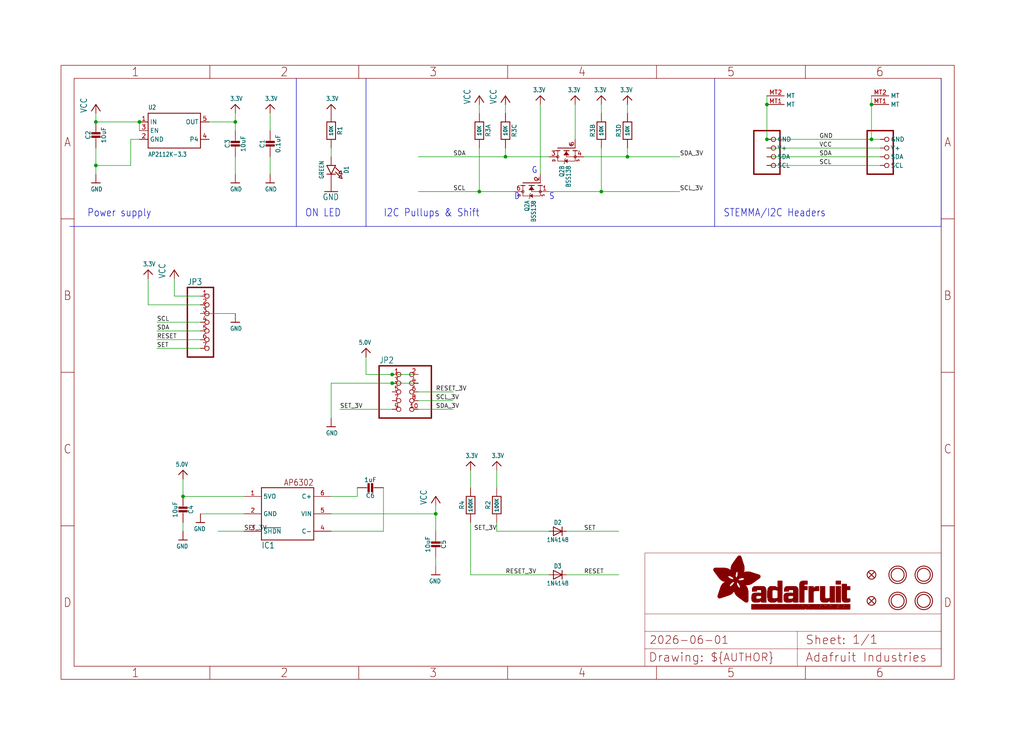
<source format=kicad_sch>
(kicad_sch (version 20230121) (generator eeschema)
  (paper "User" 298.45 217.322)
  (lib_symbols
    (symbol "working-eagle-import:3.3V" (power)
      (property "Value" "3.3V" (at -1.524 1.016 0))
      (symbol "3.3V_1_0"
        (pin power_in line (at 0 -2.54 90) (length 2.54) (name "3.3V") (number "1"))
      )
    )
    (symbol "working-eagle-import:5.0V" (power)
      (property "Value" "5.0V" (at -1.524 1.016 0))
      (symbol "5.0V_1_0"
        (pin power_in line (at 0 -2.54 90) (length 2.54) (name "5.0V") (number "1"))
      )
    )
    (symbol "working-eagle-import:AP3602"
      (property "Reference" "IC" (at -7.62 -10.16 0))
      (symbol "AP3602_1_0"
        (text "AP6302" (at 7.62 10.16 0) (effects (font (size 1.778 1.5113)) (justify right top)))
        (pin power_in line (at -12.7 5.08 0) (length 5.08) (name "5VO") (number "1"))
        (pin power_in line (at -12.7 0 0) (length 5.08) (name "GND") (number "2"))
        (pin input line (at -12.7 -5.08 0) (length 5.08) (name "~{SHDN}") (number "3"))
        (pin bidirectional line (at 12.7 -5.08 180) (length 5.08) (name "C-") (number "4"))
        (pin power_in line (at 12.7 0 180) (length 5.08) (name "VIN") (number "5"))
        (pin bidirectional line (at 12.7 5.08 180) (length 5.08) (name "C+") (number "6"))
      )
    )
    (symbol "working-eagle-import:CAP_CERAMIC0603_NO"
      (property "Reference" "C" (at -2.29 1.25 90))
      (symbol "CAP_CERAMIC0603_NO_1_0"
        (pin passive line (at 0 5.08 270) (length 2.54) (name "1") (number "1"))
        (pin passive line (at 0 -2.54 90) (length 2.54) (name "2") (number "2"))
      )
    )
    (symbol "working-eagle-import:CAP_CERAMIC0805-NOOUTLINE"
      (property "Reference" "C" (at -2.29 1.25 90))
      (symbol "CAP_CERAMIC0805-NOOUTLINE_1_0"
        (pin passive line (at 0 5.08 270) (length 2.54) (name "1") (number "1"))
        (pin passive line (at 0 -2.54 90) (length 2.54) (name "2") (number "2"))
      )
    )
    (symbol "working-eagle-import:CAP_CERAMIC0805_10MGAP"
      (property "Reference" "C" (at -2.29 1.25 90))
      (symbol "CAP_CERAMIC0805_10MGAP_1_0"
        (pin passive line (at 0 5.08 270) (length 2.54) (name "1") (number "1"))
        (pin passive line (at 0 -2.54 90) (length 2.54) (name "2") (number "2"))
      )
    )
    (symbol "working-eagle-import:DIODESOD-323"
      (property "Reference" "D" (at 0 2.54 0))
      (symbol "DIODESOD-323_1_0"
        (pin passive line (at -2.54 0 0) (length 2.54) (name "A") (number "A"))
        (pin passive line (at 2.54 0 180) (length 2.54) (name "C") (number "C"))
      )
    )
    (symbol "working-eagle-import:FIDUCIAL_1MM")
    (symbol "working-eagle-import:FRAME_A4_ADAFRUIT"
      (symbol "FRAME_A4_ADAFRUIT_1_0"
        (text "${#}/${##}" (at 230.505 10.16 0) (effects (font (size 2.54 2.54)) (justify left bottom)))
        (text "${AUTHOR}" (at 189.23 5.08 0) (effects (font (size 2.286 2.286)) (justify left bottom)))
        (text "${CURRENT_DATE}" (at 171.45 10.16 0) (effects (font (size 2.286 2.286)) (justify left bottom)))
        (text "${PROJECTNAME}" (at 171.45 15.24 0) (effects (font (size 2.54 2.54)) (justify left bottom)))
        (text "1" (at 21.6958 1.905 0) (effects (font (size 2.54 2.286))))
        (text "1" (at 21.6958 177.165 0) (effects (font (size 2.54 2.286))))
        (text "2" (at 65.0875 1.905 0) (effects (font (size 2.54 2.286))))
        (text "2" (at 65.0875 177.165 0) (effects (font (size 2.54 2.286))))
        (text "3" (at 108.4792 1.905 0) (effects (font (size 2.54 2.286))))
        (text "3" (at 108.4792 177.165 0) (effects (font (size 2.54 2.286))))
        (text "4" (at 151.8708 1.905 0) (effects (font (size 2.54 2.286))))
        (text "4" (at 151.8708 177.165 0) (effects (font (size 2.54 2.286))))
        (text "5" (at 195.2625 1.905 0) (effects (font (size 2.54 2.286))))
        (text "5" (at 195.2625 177.165 0) (effects (font (size 2.54 2.286))))
        (text "6" (at 238.6542 1.905 0) (effects (font (size 2.54 2.286))))
        (text "6" (at 238.6542 177.165 0) (effects (font (size 2.54 2.286))))
        (text "A" (at 1.905 156.6863 0) (effects (font (size 2.54 2.286))))
        (text "A" (at 258.445 156.6863 0) (effects (font (size 2.54 2.286))))
        (text "Adafruit Industries" (at 216.916 4.953 0) (effects (font (size 2.54 2.54)) (justify left bottom)))
        (text "B" (at 1.905 111.9188 0) (effects (font (size 2.54 2.286))))
        (text "B" (at 258.445 111.9188 0) (effects (font (size 2.54 2.286))))
        (text "C" (at 1.905 67.1513 0) (effects (font (size 2.54 2.286))))
        (text "C" (at 258.445 67.1513 0) (effects (font (size 2.54 2.286))))
        (text "D" (at 1.905 22.3838 0) (effects (font (size 2.54 2.286))))
        (text "D" (at 258.445 22.3838 0) (effects (font (size 2.54 2.286))))
        (text "Drawing:" (at 171.196 4.953 0) (effects (font (size 2.54 2.54)) (justify left bottom)))
        (text "Sheet:" (at 216.916 10.033 0) (effects (font (size 2.54 2.54)) (justify left bottom)))
      )
    )
    (symbol "working-eagle-import:GND" (power)
      (property "Value" "GND" (at -1.524 -2.54 0))
      (symbol "GND_1_0"
        (pin power_in line (at 0 2.54 270) (length 2.54) (name "GND") (number "1"))
      )
    )
    (symbol "working-eagle-import:HEADER-1X770MIL"
      (property "Reference" "JP" (at -6.35 10.795 0))
      (symbol "HEADER-1X770MIL_1_0"
        (pin passive inverted (at -2.54 7.62 0) (length 2.54) (name "1") (number "1"))
        (pin passive inverted (at -2.54 5.08 0) (length 2.54) (name "2") (number "2"))
        (pin passive inverted (at -2.54 2.54 0) (length 2.54) (name "3") (number "3"))
        (pin passive inverted (at -2.54 0 0) (length 2.54) (name "4") (number "4"))
        (pin passive inverted (at -2.54 -2.54 0) (length 2.54) (name "5") (number "5"))
        (pin passive inverted (at -2.54 -5.08 0) (length 2.54) (name "6") (number "6"))
        (pin passive inverted (at -2.54 -7.62 0) (length 2.54) (name "7") (number "7"))
      )
    )
    (symbol "working-eagle-import:HEADER-2X51.27MM"
      (property "Reference" "JP" (at -6.35 8.255 0))
      (symbol "HEADER-2X51.27MM_1_0"
        (pin passive inverted (at -2.54 5.08 0) (length 2.54) (name "1") (number "1"))
        (pin passive inverted (at 5.08 -5.08 180) (length 2.54) (name "10") (number "10"))
        (pin passive inverted (at 5.08 5.08 180) (length 2.54) (name "2") (number "2"))
        (pin passive inverted (at -2.54 2.54 0) (length 2.54) (name "3") (number "3"))
        (pin passive inverted (at 5.08 2.54 180) (length 2.54) (name "4") (number "4"))
        (pin passive inverted (at -2.54 0 0) (length 2.54) (name "5") (number "5"))
        (pin passive inverted (at 5.08 0 180) (length 2.54) (name "6") (number "6"))
        (pin passive inverted (at -2.54 -2.54 0) (length 2.54) (name "7") (number "7"))
        (pin passive inverted (at 5.08 -2.54 180) (length 2.54) (name "8") (number "8"))
        (pin passive inverted (at -2.54 -5.08 0) (length 2.54) (name "9") (number "9"))
      )
    )
    (symbol "working-eagle-import:LED0603_NOOUTLINE"
      (property "Reference" "D" (at -1.27 4.445 0))
      (symbol "LED0603_NOOUTLINE_1_0"
        (pin passive line (at -5.08 0 0) (length 2.54) (name "A") (number "A"))
        (pin passive line (at 2.54 0 180) (length 2.54) (name "C") (number "C"))
      )
    )
    (symbol "working-eagle-import:MOSFET-N_DUAL"
      (property "Reference" "Q" (at 5.08 0.635 0))
      (symbol "MOSFET-N_DUAL_1_0"
        (text "D" (at 3.175 3.175 0) (effects (font (size 0.8128 0.6908)) (justify left bottom)))
        (text "G" (at -1.27 -1.905 0) (effects (font (size 0.8128 0.6908)) (justify left bottom)))
        (text "S" (at 3.175 -3.81 0) (effects (font (size 0.8128 0.6908)) (justify left bottom)))
        (pin bidirectional line (at 2.54 -5.08 90) (length 2.54) (name "S") (number "1"))
        (pin bidirectional line (at -2.54 -2.54 0) (length 2.54) (name "G") (number "2"))
        (pin bidirectional line (at 2.54 5.08 270) (length 2.54) (name "D") (number "6"))
      )
      (symbol "MOSFET-N_DUAL_2_0"
        (text "D" (at 3.175 3.175 0) (effects (font (size 0.8128 0.6908)) (justify left bottom)))
        (text "G" (at -1.27 -1.905 0) (effects (font (size 0.8128 0.6908)) (justify left bottom)))
        (text "S" (at 3.175 -3.81 0) (effects (font (size 0.8128 0.6908)) (justify left bottom)))
        (pin bidirectional line (at 2.54 5.08 270) (length 2.54) (name "D") (number "3"))
        (pin bidirectional line (at 2.54 -5.08 90) (length 2.54) (name "S") (number "4"))
        (pin bidirectional line (at -2.54 -2.54 0) (length 2.54) (name "G") (number "5"))
      )
    )
    (symbol "working-eagle-import:MOUNTINGHOLE2.5")
    (symbol "working-eagle-import:RESISTOR_0603_NOOUT"
      (property "Reference" "R" (at 0 2.54 0))
      (symbol "RESISTOR_0603_NOOUT_1_0"
        (pin passive line (at -5.08 0 0) (length 2.54) (name "1") (number "1"))
        (pin passive line (at 5.08 0 180) (length 2.54) (name "2") (number "2"))
      )
    )
    (symbol "working-eagle-import:RESISTOR_4PACK"
      (property "Reference" "R" (at 0 2.54 0))
      (symbol "RESISTOR_4PACK_1_0"
        (pin passive line (at -5.08 0 0) (length 2.54) (name "1") (number "1"))
        (pin passive line (at 5.08 0 180) (length 2.54) (name "2") (number "8"))
      )
      (symbol "RESISTOR_4PACK_2_0"
        (pin passive line (at -5.08 0 0) (length 2.54) (name "1") (number "2"))
        (pin passive line (at 5.08 0 180) (length 2.54) (name "2") (number "7"))
      )
      (symbol "RESISTOR_4PACK_3_0"
        (pin passive line (at -5.08 0 0) (length 2.54) (name "1") (number "3"))
        (pin passive line (at 5.08 0 180) (length 2.54) (name "2") (number "6"))
      )
      (symbol "RESISTOR_4PACK_4_0"
        (pin passive line (at -5.08 0 0) (length 2.54) (name "1") (number "4"))
        (pin passive line (at 5.08 0 180) (length 2.54) (name "2") (number "5"))
      )
    )
    (symbol "working-eagle-import:STEMMA_I2C_QT"
      (symbol "STEMMA_I2C_QT_1_0"
        (pin passive inverted (at 0 5.08 0) (length 2.54) (name "GND") (number "1"))
        (pin passive inverted (at 0 2.54 0) (length 2.54) (name "V+") (number "2"))
        (pin passive inverted (at 0 0 0) (length 2.54) (name "SDA") (number "3"))
        (pin passive inverted (at 0 -2.54 0) (length 2.54) (name "SCL") (number "4"))
      )
      (symbol "STEMMA_I2C_QT_2_0"
        (pin bidirectional line (at 0 0 0) (length 5.08) (name "MT") (number "MT1"))
      )
      (symbol "STEMMA_I2C_QT_3_0"
        (pin bidirectional line (at 0 0 0) (length 5.08) (name "MT") (number "MT2"))
      )
    )
    (symbol "working-eagle-import:VCC" (power)
      (property "Value" "VCC" (at -2.54 -2.54 90))
      (symbol "VCC_1_0"
        (pin power_in line (at 0 -2.54 90) (length 2.54) (name "VCC") (number "1"))
      )
    )
    (symbol "working-eagle-import:VREG_SOT23-5"
      (property "Reference" "U" (at -7.62 6.096 0))
      (symbol "VREG_SOT23-5_1_0"
        (pin power_in line (at -10.16 2.54 0) (length 2.54) (name "IN") (number "1"))
        (pin power_in line (at -10.16 -2.54 0) (length 2.54) (name "GND") (number "2"))
        (pin input line (at -10.16 0 0) (length 2.54) (name "EN") (number "3"))
        (pin bidirectional line (at 10.16 -2.54 180) (length 2.54) (name "P4") (number "4"))
        (pin power_in line (at 10.16 2.54 180) (length 2.54) (name "OUT") (number "5"))
      )
    )
    (symbol "working-eagle-import:supply1_GND" (power)
      (property "Value" "supply1_GND" (at -2.54 -2.54 0))
      (symbol "supply1_GND_1_0"
        (pin power_in line (at 0 2.54 270) (length 2.54) (name "GND") (number "1"))
      )
    )
  )
  (junction (at 27.94 48.26))
  (junction (at 175.26 55.88))
  (junction (at 53.34 144.78))
  (junction (at 27.94 35.56))
  (junction (at 254 30.48))
  (junction (at 114.3 109.22))
  (junction (at 114.3 111.76))
  (junction (at 40.64 35.56))
  (junction (at 223.52 30.48))
  (junction (at 223.52 40.64))
  (junction (at 182.88 45.72))
  (junction (at 139.7 55.88))
  (junction (at 254 40.64))
  (junction (at 68.58 35.56))
  (junction (at 127 149.86))
  (junction (at 147.32 45.72))
  (wire (pts (xy 53.34 152.4) (xy 53.34 154.94)) (stroke (width 0.1524)))
  (wire (pts (xy 223.52 48.26) (xy 256.54 48.26)) (stroke (width 0.1524)))
  (wire (pts (xy 147.32 43.18) (xy 147.32 45.72)) (stroke (width 0.1524)))
  (polyline (pts (xy 274.32 22.86) (xy 274.32 66.04)) (stroke (width 0.1524) (type solid)))
  (wire (pts (xy 132.08 116.84) (xy 121.92 116.84)) (stroke (width 0.1524)))
  (wire (pts (xy 147.32 45.72) (xy 121.92 45.72)) (stroke (width 0.1524)))
  (wire (pts (xy 170.18 45.72) (xy 182.88 45.72)) (stroke (width 0.1524)))
  (wire (pts (xy 254 27.94) (xy 254 30.48)) (stroke (width 0.1524)))
  (wire (pts (xy 38.1 40.64) (xy 38.1 48.26)) (stroke (width 0.1524)))
  (wire (pts (xy 139.7 43.18) (xy 139.7 55.88)) (stroke (width 0.1524)))
  (wire (pts (xy 157.48 50.8) (xy 157.48 30.48)) (stroke (width 0.1524)))
  (wire (pts (xy 114.3 119.38) (xy 99.06 119.38)) (stroke (width 0.1524)))
  (wire (pts (xy 27.94 48.26) (xy 27.94 50.8)) (stroke (width 0.1524)))
  (wire (pts (xy 160.02 55.88) (xy 175.26 55.88)) (stroke (width 0.1524)))
  (wire (pts (xy 58.42 91.44) (xy 68.58 91.44)) (stroke (width 0.1524)))
  (wire (pts (xy 175.26 55.88) (xy 198.12 55.88)) (stroke (width 0.1524)))
  (wire (pts (xy 144.78 142.24) (xy 144.78 137.16)) (stroke (width 0.1524)))
  (wire (pts (xy 43.18 88.9) (xy 43.18 81.28)) (stroke (width 0.1524)))
  (wire (pts (xy 60.96 35.56) (xy 68.58 35.56)) (stroke (width 0.1524)))
  (polyline (pts (xy 20.32 66.04) (xy 86.36 66.04)) (stroke (width 0.1524) (type solid)))
  (wire (pts (xy 106.68 109.22) (xy 106.68 104.14)) (stroke (width 0.1524)))
  (wire (pts (xy 96.52 111.76) (xy 96.52 121.92)) (stroke (width 0.1524)))
  (wire (pts (xy 139.7 55.88) (xy 121.92 55.88)) (stroke (width 0.1524)))
  (wire (pts (xy 121.92 114.3) (xy 132.08 114.3)) (stroke (width 0.1524)))
  (wire (pts (xy 121.92 119.38) (xy 132.08 119.38)) (stroke (width 0.1524)))
  (wire (pts (xy 114.3 109.22) (xy 106.68 109.22)) (stroke (width 0.1524)))
  (polyline (pts (xy 86.36 22.86) (xy 86.36 66.04)) (stroke (width 0.1524) (type solid)))
  (wire (pts (xy 223.52 30.48) (xy 223.52 40.64)) (stroke (width 0.1524)))
  (wire (pts (xy 58.42 88.9) (xy 43.18 88.9)) (stroke (width 0.1524)))
  (wire (pts (xy 127 162.56) (xy 127 165.1)) (stroke (width 0.1524)))
  (wire (pts (xy 167.64 40.64) (xy 167.64 30.48)) (stroke (width 0.1524)))
  (wire (pts (xy 58.42 93.98) (xy 45.72 93.98)) (stroke (width 0.1524)))
  (wire (pts (xy 40.64 40.64) (xy 38.1 40.64)) (stroke (width 0.1524)))
  (wire (pts (xy 137.16 167.64) (xy 160.02 167.64)) (stroke (width 0.1524)))
  (wire (pts (xy 121.92 111.76) (xy 114.3 111.76)) (stroke (width 0.1524)))
  (wire (pts (xy 68.58 35.56) (xy 68.58 33.02)) (stroke (width 0.1524)))
  (wire (pts (xy 38.1 48.26) (xy 27.94 48.26)) (stroke (width 0.1524)))
  (wire (pts (xy 175.26 33.02) (xy 175.26 30.48)) (stroke (width 0.1524)))
  (wire (pts (xy 165.1 167.64) (xy 180.34 167.64)) (stroke (width 0.1524)))
  (wire (pts (xy 223.52 43.18) (xy 256.54 43.18)) (stroke (width 0.1524)))
  (wire (pts (xy 104.14 144.78) (xy 104.14 142.24)) (stroke (width 0.1524)))
  (wire (pts (xy 40.64 38.1) (xy 40.64 35.56)) (stroke (width 0.1524)))
  (wire (pts (xy 160.02 154.94) (xy 144.78 154.94)) (stroke (width 0.1524)))
  (polyline (pts (xy 106.68 66.04) (xy 208.28 66.04)) (stroke (width 0.1524) (type solid)))
  (wire (pts (xy 256.54 40.64) (xy 254 40.64)) (stroke (width 0.1524)))
  (wire (pts (xy 149.86 55.88) (xy 139.7 55.88)) (stroke (width 0.1524)))
  (wire (pts (xy 58.42 101.6) (xy 45.72 101.6)) (stroke (width 0.1524)))
  (wire (pts (xy 160.02 45.72) (xy 147.32 45.72)) (stroke (width 0.1524)))
  (wire (pts (xy 111.76 154.94) (xy 111.76 142.24)) (stroke (width 0.1524)))
  (wire (pts (xy 40.64 35.56) (xy 27.94 35.56)) (stroke (width 0.1524)))
  (wire (pts (xy 182.88 43.18) (xy 182.88 45.72)) (stroke (width 0.1524)))
  (wire (pts (xy 223.52 27.94) (xy 223.52 30.48)) (stroke (width 0.1524)))
  (polyline (pts (xy 86.36 66.04) (xy 106.68 66.04)) (stroke (width 0.1524) (type solid)))
  (wire (pts (xy 78.74 45.72) (xy 78.74 50.8)) (stroke (width 0.1524)))
  (wire (pts (xy 58.42 86.36) (xy 50.8 86.36)) (stroke (width 0.1524)))
  (wire (pts (xy 96.52 149.86) (xy 127 149.86)) (stroke (width 0.1524)))
  (polyline (pts (xy 208.28 66.04) (xy 274.32 66.04)) (stroke (width 0.1524) (type solid)))
  (wire (pts (xy 96.52 45.72) (xy 96.52 43.18)) (stroke (width 0.1524)))
  (wire (pts (xy 68.58 45.72) (xy 68.58 50.8)) (stroke (width 0.1524)))
  (wire (pts (xy 114.3 109.22) (xy 121.92 109.22)) (stroke (width 0.1524)))
  (wire (pts (xy 182.88 45.72) (xy 198.12 45.72)) (stroke (width 0.1524)))
  (wire (pts (xy 114.3 111.76) (xy 96.52 111.76)) (stroke (width 0.1524)))
  (wire (pts (xy 27.94 33.02) (xy 27.94 35.56)) (stroke (width 0.1524)))
  (wire (pts (xy 53.34 144.78) (xy 53.34 139.7)) (stroke (width 0.1524)))
  (wire (pts (xy 50.8 86.36) (xy 50.8 81.28)) (stroke (width 0.1524)))
  (wire (pts (xy 254 40.64) (xy 223.52 40.64)) (stroke (width 0.1524)))
  (wire (pts (xy 58.42 149.86) (xy 71.12 149.86)) (stroke (width 0.1524)))
  (wire (pts (xy 254 30.48) (xy 254 40.64)) (stroke (width 0.1524)))
  (wire (pts (xy 144.78 152.4) (xy 144.78 154.94)) (stroke (width 0.1524)))
  (wire (pts (xy 96.52 144.78) (xy 104.14 144.78)) (stroke (width 0.1524)))
  (wire (pts (xy 175.26 43.18) (xy 175.26 55.88)) (stroke (width 0.1524)))
  (wire (pts (xy 27.94 48.26) (xy 27.94 43.18)) (stroke (width 0.1524)))
  (wire (pts (xy 256.54 45.72) (xy 223.52 45.72)) (stroke (width 0.1524)))
  (wire (pts (xy 58.42 99.06) (xy 45.72 99.06)) (stroke (width 0.1524)))
  (wire (pts (xy 137.16 137.16) (xy 137.16 142.24)) (stroke (width 0.1524)))
  (wire (pts (xy 68.58 35.56) (xy 68.58 38.1)) (stroke (width 0.1524)))
  (wire (pts (xy 96.52 154.94) (xy 111.76 154.94)) (stroke (width 0.1524)))
  (polyline (pts (xy 208.28 22.86) (xy 208.28 66.04)) (stroke (width 0.1524) (type solid)))
  (wire (pts (xy 139.7 30.48) (xy 139.7 33.02)) (stroke (width 0.1524)))
  (wire (pts (xy 71.12 154.94) (xy 63.5 154.94)) (stroke (width 0.1524)))
  (wire (pts (xy 71.12 144.78) (xy 53.34 144.78)) (stroke (width 0.1524)))
  (wire (pts (xy 58.42 96.52) (xy 45.72 96.52)) (stroke (width 0.1524)))
  (wire (pts (xy 78.74 33.02) (xy 78.74 38.1)) (stroke (width 0.1524)))
  (wire (pts (xy 165.1 154.94) (xy 180.34 154.94)) (stroke (width 0.1524)))
  (polyline (pts (xy 106.68 22.86) (xy 106.68 66.04)) (stroke (width 0.1524) (type solid)))
  (wire (pts (xy 147.32 33.02) (xy 147.32 30.48)) (stroke (width 0.1524)))
  (wire (pts (xy 182.88 33.02) (xy 182.88 30.48)) (stroke (width 0.1524)))
  (wire (pts (xy 127 149.86) (xy 127 147.32)) (stroke (width 0.1524)))
  (wire (pts (xy 127 149.86) (xy 127 154.94)) (stroke (width 0.1524)))
  (wire (pts (xy 137.16 152.4) (xy 137.16 167.64)) (stroke (width 0.1524)))
  (text "ON LED" (at 88.9 63.5 0) (effects (font (size 2.1844 1.8567)) (justify left bottom)))
  (text "G" (at 154.94 50.8 0) (effects (font (size 1.778 1.5113)) (justify left bottom)))
  (text "Power supply" (at 25.4 63.5 0) (effects (font (size 2.1844 1.8567)) (justify left bottom)))
  (text "S" (at 160.02 58.42 0) (effects (font (size 1.778 1.5113)) (justify left bottom)))
  (text "I2C Pullups & Shift" (at 111.76 63.5 0) (effects (font (size 2.1844 1.8567)) (justify left bottom)))
  (text "D" (at 149.86 58.42 0) (effects (font (size 1.778 1.5113)) (justify left bottom)))
  (text "STEMMA/I2C Headers" (at 210.82 63.5 0) (effects (font (size 2.1844 1.8567)) (justify left bottom)))
  (label "VCC" (at 238.76 43.18 0) (effects (font (size 1.2446 1.2446))))
  (label "SDA_3V" (at 198.12 45.72 0) (effects (font (size 1.2446 1.2446))))
  (label "SDA" (at 45.72 96.52 0) (effects (font (size 1.2446 1.2446))))
  (label "SET_3V" (at 144.78 154.94 180) (effects (font (size 1.2446 1.2446))))
  (label "RESET" (at 45.72 99.06 0) (effects (font (size 1.2446 1.2446))))
  (label "SDA" (at 132.08 45.72 0) (effects (font (size 1.2446 1.2446))))
  (label "SCL" (at 132.08 55.88 0) (effects (font (size 1.2446 1.2446))))
  (label "SCL" (at 45.72 93.98 0) (effects (font (size 1.2446 1.2446))))
  (label "RESET_3V" (at 127 114.3 0) (effects (font (size 1.2446 1.2446))))
  (label "RESET_3V" (at 147.32 167.64 0) (effects (font (size 1.2446 1.2446))))
  (label "SCL_3V" (at 198.12 55.88 0) (effects (font (size 1.2446 1.2446))))
  (label "GND" (at 238.76 40.64 0) (effects (font (size 1.2446 1.2446))))
  (label "SET" (at 170.18 154.94 0) (effects (font (size 1.2446 1.2446))))
  (label "SDA" (at 238.76 45.72 0) (effects (font (size 1.2446 1.2446))))
  (label "SET_3V" (at 71.12 154.94 0) (effects (font (size 1.2446 1.2446))))
  (label "SCL" (at 238.76 48.26 0) (effects (font (size 1.2446 1.2446))))
  (label "SCL_3V" (at 127 116.84 0) (effects (font (size 1.2446 1.2446))))
  (label "SDA_3V" (at 127 119.38 0) (effects (font (size 1.2446 1.2446))))
  (label "SET" (at 45.72 101.6 0) (effects (font (size 1.2446 1.2446))))
  (label "SET_3V" (at 99.06 119.38 0) (effects (font (size 1.2446 1.2446))))
  (label "RESET" (at 170.18 167.64 0) (effects (font (size 1.2446 1.2446))))
  (symbol (lib_id "working-eagle-import:RESISTOR_4PACK") (at 139.7 38.1 270) (unit 1)
    (property "Reference" "R3" (at 142.24 38.1 0))
    (property "Value" "10K" (at 139.7 38.1 0) (effects (font (size 1.016 1.016) bold)))
    (property "Footprint" "working:RESPACK_4X0603" (effects hide))
  )
  (symbol (lib_id "working-eagle-import:DIODESOD-323") (at 162.56 154.94 0) (unit 1)
    (property "Reference" "D2" (at 162.56 152.4 0) (effects (font (size 1.27 1.0795))))
    (property "Value" "1N4148" (at 162.56 157.44 0) (effects (font (size 1.27 1.0795))))
    (property "Footprint" "working:SOD-323" (effects hide))
  )
  (symbol (lib_id "working-eagle-import:3.3V") (at 167.64 27.94 0) (mirror y) (unit 1)
    (property "Reference" "#U$23" (effects hide))
    (property "Value" "3.3V" (at 169.164 26.924 0) (effects (font (size 1.27 1.0795)) (justify left bottom)))
  )
  (symbol (lib_id "working-eagle-import:CAP_CERAMIC0805-NOOUTLINE") (at 27.94 40.64 0) (unit 1)
    (property "Reference" "C2" (at 25.65 39.39 90))
    (property "Value" "10uF" (at 30.24 39.39 90))
    (property "Footprint" "working:0805-NO" (effects hide))
  )
  (symbol (lib_id "working-eagle-import:GND") (at 78.74 53.34 0) (unit 1)
    (property "Reference" "#U$6" (effects hide))
    (property "Value" "GND" (at 77.216 55.88 0) (effects (font (size 1.27 1.0795)) (justify left bottom)))
  )
  (symbol (lib_id "working-eagle-import:GND") (at 68.58 93.98 0) (unit 1)
    (property "Reference" "#U$10" (effects hide))
    (property "Value" "GND" (at 67.056 96.52 0) (effects (font (size 1.27 1.0795)) (justify left bottom)))
  )
  (symbol (lib_id "working-eagle-import:VCC") (at 50.8 78.74 0) (unit 1)
    (property "Reference" "#P+4" (effects hide))
    (property "Value" "VCC" (at 48.26 81.28 90) (effects (font (size 1.778 1.5113)) (justify left bottom)))
  )
  (symbol (lib_id "working-eagle-import:GND") (at 96.52 124.46 0) (unit 1)
    (property "Reference" "#U$2" (effects hide))
    (property "Value" "GND" (at 94.996 127 0) (effects (font (size 1.27 1.0795)) (justify left bottom)))
  )
  (symbol (lib_id "working-eagle-import:HEADER-2X51.27MM") (at 116.84 114.3 0) (unit 1)
    (property "Reference" "JP2" (at 110.49 106.045 0) (effects (font (size 1.778 1.5113)) (justify left bottom)))
    (property "Value" "HEADER-2X51.27MM" (effects hide))
    (property "Footprint" "working:2X05_1.27MM_SMT" (effects hide))
  )
  (symbol (lib_id "working-eagle-import:MOUNTINGHOLE2.5") (at 269.24 167.64 0) (unit 1)
    (property "Reference" "U$19" (effects hide))
    (property "Value" "MOUNTINGHOLE2.5" (effects hide))
    (property "Footprint" "working:MOUNTINGHOLE_2.5_PLATED" (effects hide))
  )
  (symbol (lib_id "working-eagle-import:GND") (at 27.94 53.34 0) (unit 1)
    (property "Reference" "#U$13" (effects hide))
    (property "Value" "GND" (at 26.416 55.88 0) (effects (font (size 1.27 1.0795)) (justify left bottom)))
  )
  (symbol (lib_id "working-eagle-import:AP3602") (at 83.82 149.86 0) (unit 1)
    (property "Reference" "IC1" (at 76.2 160.02 0) (effects (font (size 1.778 1.5113)) (justify left bottom)))
    (property "Value" "AP3602" (effects hide))
    (property "Footprint" "working:SOT23-6" (effects hide))
  )
  (symbol (lib_id "working-eagle-import:MOUNTINGHOLE2.5") (at 269.24 175.26 0) (unit 1)
    (property "Reference" "U$21" (effects hide))
    (property "Value" "MOUNTINGHOLE2.5" (effects hide))
    (property "Footprint" "working:MOUNTINGHOLE_2.5_PLATED" (effects hide))
  )
  (symbol (lib_id "working-eagle-import:VCC") (at 127 144.78 0) (unit 1)
    (property "Reference" "#P+5" (effects hide))
    (property "Value" "VCC" (at 124.46 147.32 90) (effects (font (size 1.778 1.5113)) (justify left bottom)))
  )
  (symbol (lib_id "working-eagle-import:STEMMA_I2C_QT") (at 223.52 45.72 0) (unit 1)
    (property "Reference" "CONN3" (effects hide))
    (property "Value" "STEMMA_I2C_QT" (effects hide))
    (property "Footprint" "working:JST_SH4" (effects hide))
  )
  (symbol (lib_id "working-eagle-import:RESISTOR_0603_NOOUT") (at 137.16 147.32 90) (mirror x) (unit 1)
    (property "Reference" "R4" (at 134.62 147.32 0))
    (property "Value" "100K" (at 137.16 147.32 0) (effects (font (size 1.016 1.016) bold)))
    (property "Footprint" "working:0603-NO" (effects hide))
  )
  (symbol (lib_id "working-eagle-import:RESISTOR_0603_NOOUT") (at 96.52 38.1 270) (unit 1)
    (property "Reference" "R1" (at 99.06 38.1 0))
    (property "Value" "10K" (at 96.52 38.1 0) (effects (font (size 1.016 1.016) bold)))
    (property "Footprint" "working:0603-NO" (effects hide))
  )
  (symbol (lib_id "working-eagle-import:RESISTOR_4PACK") (at 175.26 38.1 90) (mirror x) (unit 2)
    (property "Reference" "R3" (at 172.72 38.1 0))
    (property "Value" "10K" (at 175.26 38.1 0) (effects (font (size 1.016 1.016) bold)))
    (property "Footprint" "working:RESPACK_4X0603" (effects hide))
  )
  (symbol (lib_id "working-eagle-import:3.3V") (at 137.16 134.62 0) (unit 1)
    (property "Reference" "#U$12" (effects hide))
    (property "Value" "3.3V" (at 135.636 133.604 0) (effects (font (size 1.27 1.0795)) (justify left bottom)))
  )
  (symbol (lib_id "working-eagle-import:MOSFET-N_DUAL") (at 165.1 43.18 90) (mirror x) (unit 2)
    (property "Reference" "Q2" (at 164.465 48.26 0) (effects (font (size 1.27 1.0795)) (justify left bottom)))
    (property "Value" "BSS138" (at 166.37 48.26 0) (effects (font (size 1.27 1.0795)) (justify left bottom)))
    (property "Footprint" "working:SOT363" (effects hide))
  )
  (symbol (lib_id "working-eagle-import:HEADER-1X770MIL") (at 60.96 93.98 0) (unit 1)
    (property "Reference" "JP3" (at 54.61 83.185 0) (effects (font (size 1.778 1.5113)) (justify left bottom)))
    (property "Value" "HEADER-1X770MIL" (effects hide))
    (property "Footprint" "working:1X07_ROUND_70" (effects hide))
  )
  (symbol (lib_id "working-eagle-import:5.0V") (at 53.34 137.16 0) (mirror y) (unit 1)
    (property "Reference" "#U$11" (effects hide))
    (property "Value" "5.0V" (at 54.864 136.144 0) (effects (font (size 1.27 1.0795)) (justify left bottom)))
  )
  (symbol (lib_id "working-eagle-import:3.3V") (at 78.74 30.48 0) (unit 1)
    (property "Reference" "#U$14" (effects hide))
    (property "Value" "3.3V" (at 77.216 29.464 0) (effects (font (size 1.27 1.0795)) (justify left bottom)))
  )
  (symbol (lib_id "working-eagle-import:GND") (at 68.58 53.34 0) (unit 1)
    (property "Reference" "#U$5" (effects hide))
    (property "Value" "GND" (at 67.056 55.88 0) (effects (font (size 1.27 1.0795)) (justify left bottom)))
  )
  (symbol (lib_id "working-eagle-import:3.3V") (at 144.78 134.62 0) (unit 1)
    (property "Reference" "#U$9" (effects hide))
    (property "Value" "3.3V" (at 143.256 133.604 0) (effects (font (size 1.27 1.0795)) (justify left bottom)))
  )
  (symbol (lib_id "working-eagle-import:CAP_CERAMIC0805_10MGAP") (at 127 160.02 0) (mirror y) (unit 1)
    (property "Reference" "C5" (at 129.29 158.77 90))
    (property "Value" "10uF" (at 124.7 158.77 90))
    (property "Footprint" "working:0805_10MGAP" (effects hide))
  )
  (symbol (lib_id "working-eagle-import:DIODESOD-323") (at 162.56 167.64 0) (unit 1)
    (property "Reference" "D3" (at 162.56 165.1 0) (effects (font (size 1.27 1.0795))))
    (property "Value" "1N4148" (at 162.56 170.14 0) (effects (font (size 1.27 1.0795))))
    (property "Footprint" "working:SOD-323" (effects hide))
  )
  (symbol (lib_id "working-eagle-import:GND") (at 58.42 152.4 0) (mirror y) (unit 1)
    (property "Reference" "#U$20" (effects hide))
    (property "Value" "GND" (at 59.944 154.94 0) (effects (font (size 1.27 1.0795)) (justify left bottom)))
  )
  (symbol (lib_id "working-eagle-import:5.0V") (at 106.68 101.6 0) (mirror y) (unit 1)
    (property "Reference" "#U$27" (effects hide))
    (property "Value" "5.0V" (at 108.204 100.584 0) (effects (font (size 1.27 1.0795)) (justify left bottom)))
  )
  (symbol (lib_id "working-eagle-import:3.3V") (at 182.88 27.94 0) (mirror y) (unit 1)
    (property "Reference" "#U$7" (effects hide))
    (property "Value" "3.3V" (at 184.404 26.924 0) (effects (font (size 1.27 1.0795)) (justify left bottom)))
  )
  (symbol (lib_id "working-eagle-import:STEMMA_I2C_QT") (at 254 27.94 0) (unit 3)
    (property "Reference" "CONN4" (effects hide))
    (property "Value" "STEMMA_I2C_QT" (effects hide))
    (property "Footprint" "working:JST_SH4" (effects hide))
  )
  (symbol (lib_id "working-eagle-import:FRAME_A4_ADAFRUIT") (at 17.78 198.12 0) (unit 1)
    (property "Reference" "#U$18" (effects hide))
    (property "Value" "FRAME_A4_ADAFRUIT" (effects hide))
  )
  (symbol (lib_id "working-eagle-import:3.3V") (at 96.52 30.48 0) (unit 1)
    (property "Reference" "#U$3" (effects hide))
    (property "Value" "3.3V" (at 94.996 29.464 0) (effects (font (size 1.27 1.0795)) (justify left bottom)))
  )
  (symbol (lib_id "working-eagle-import:VREG_SOT23-5") (at 50.8 38.1 0) (unit 1)
    (property "Reference" "U2" (at 43.18 32.004 0) (effects (font (size 1.27 1.0795)) (justify left bottom)))
    (property "Value" "AP2112K-3.3" (at 43.18 45.72 0) (effects (font (size 1.27 1.0795)) (justify left bottom)))
    (property "Footprint" "working:SOT23-5" (effects hide))
  )
  (symbol (lib_id "working-eagle-import:VCC") (at 139.7 27.94 0) (unit 1)
    (property "Reference" "#P+1" (effects hide))
    (property "Value" "VCC" (at 137.16 30.48 90) (effects (font (size 1.778 1.5113)) (justify left bottom)))
  )
  (symbol (lib_id "working-eagle-import:CAP_CERAMIC0805-NOOUTLINE") (at 106.68 142.24 270) (mirror x) (unit 1)
    (property "Reference" "C6" (at 107.93 144.53 90))
    (property "Value" "1uF" (at 107.93 139.94 90))
    (property "Footprint" "working:0805-NO" (effects hide))
  )
  (symbol (lib_id "working-eagle-import:STEMMA_I2C_QT") (at 223.52 27.94 0) (unit 3)
    (property "Reference" "CONN3" (effects hide))
    (property "Value" "STEMMA_I2C_QT" (effects hide))
    (property "Footprint" "working:JST_SH4" (effects hide))
  )
  (symbol (lib_id "working-eagle-import:CAP_CERAMIC0603_NO") (at 78.74 43.18 0) (unit 1)
    (property "Reference" "C1" (at 76.45 41.93 90))
    (property "Value" "0.1uF" (at 81.04 41.93 90))
    (property "Footprint" "working:0603-NO" (effects hide))
  )
  (symbol (lib_id "working-eagle-import:FIDUCIAL_1MM") (at 254 167.64 0) (unit 1)
    (property "Reference" "FID4" (effects hide))
    (property "Value" "FIDUCIAL_1MM" (effects hide))
    (property "Footprint" "working:FIDUCIAL_1MM" (effects hide))
  )
  (symbol (lib_id "working-eagle-import:3.3V") (at 43.18 78.74 0) (unit 1)
    (property "Reference" "#U$16" (effects hide))
    (property "Value" "3.3V" (at 41.656 77.724 0) (effects (font (size 1.27 1.0795)) (justify left bottom)))
  )
  (symbol (lib_id "working-eagle-import:RESISTOR_4PACK") (at 182.88 38.1 90) (mirror x) (unit 4)
    (property "Reference" "R3" (at 180.34 38.1 0))
    (property "Value" "10K" (at 182.88 38.1 0) (effects (font (size 1.016 1.016) bold)))
    (property "Footprint" "working:RESPACK_4X0603" (effects hide))
  )
  (symbol (lib_id "working-eagle-import:LED0603_NOOUTLINE") (at 96.52 50.8 270) (unit 1)
    (property "Reference" "D1" (at 100.965 49.53 0) (effects (font (size 1.27 1.0795))))
    (property "Value" "GREEN" (at 93.726 49.53 0) (effects (font (size 1.27 1.0795))))
    (property "Footprint" "working:CHIPLED_0603_NOOUTLINE" (effects hide))
  )
  (symbol (lib_id "working-eagle-import:RESISTOR_0603_NOOUT") (at 144.78 147.32 90) (mirror x) (unit 1)
    (property "Reference" "R2" (at 142.24 147.32 0))
    (property "Value" "100K" (at 144.78 147.32 0) (effects (font (size 1.016 1.016) bold)))
    (property "Footprint" "working:0603-NO" (effects hide))
  )
  (symbol (lib_id "working-eagle-import:GND") (at 53.34 157.48 0) (mirror y) (unit 1)
    (property "Reference" "#U$4" (effects hide))
    (property "Value" "GND" (at 54.864 160.02 0) (effects (font (size 1.27 1.0795)) (justify left bottom)))
  )
  (symbol (lib_id "working-eagle-import:CAP_CERAMIC0805-NOOUTLINE") (at 53.34 149.86 0) (mirror y) (unit 1)
    (property "Reference" "C4" (at 55.63 148.61 90))
    (property "Value" "10uF" (at 51.04 148.61 90))
    (property "Footprint" "working:0805-NO" (effects hide))
  )
  (symbol (lib_id "working-eagle-import:STEMMA_I2C_QT") (at 254 30.48 0) (unit 2)
    (property "Reference" "CONN4" (effects hide))
    (property "Value" "STEMMA_I2C_QT" (effects hide))
    (property "Footprint" "working:JST_SH4" (effects hide))
  )
  (symbol (lib_id "working-eagle-import:3.3V") (at 68.58 30.48 0) (unit 1)
    (property "Reference" "#U$15" (effects hide))
    (property "Value" "3.3V" (at 67.056 29.464 0) (effects (font (size 1.27 1.0795)) (justify left bottom)))
  )
  (symbol (lib_id "working-eagle-import:MOUNTINGHOLE2.5") (at 261.62 167.64 0) (unit 1)
    (property "Reference" "U$17" (effects hide))
    (property "Value" "MOUNTINGHOLE2.5" (effects hide))
    (property "Footprint" "working:MOUNTINGHOLE_2.5_PLATED" (effects hide))
  )
  (symbol (lib_id "working-eagle-import:MOSFET-N_DUAL") (at 154.94 53.34 90) (mirror x) (unit 1)
    (property "Reference" "Q2" (at 154.305 58.42 0) (effects (font (size 1.27 1.0795)) (justify left bottom)))
    (property "Value" "BSS138" (at 156.21 58.42 0) (effects (font (size 1.27 1.0795)) (justify left bottom)))
    (property "Footprint" "working:SOT363" (effects hide))
  )
  (symbol (lib_id "working-eagle-import:STEMMA_I2C_QT") (at 223.52 30.48 0) (unit 2)
    (property "Reference" "CONN3" (effects hide))
    (property "Value" "STEMMA_I2C_QT" (effects hide))
    (property "Footprint" "working:JST_SH4" (effects hide))
  )
  (symbol (lib_id "working-eagle-import:supply1_GND") (at 96.52 55.88 0) (unit 1)
    (property "Reference" "#GND6" (effects hide))
    (property "Value" "GND" (at 93.98 58.42 0) (effects (font (size 1.778 1.5113)) (justify left bottom)))
  )
  (symbol (lib_id "working-eagle-import:3.3V") (at 175.26 27.94 0) (mirror y) (unit 1)
    (property "Reference" "#U$24" (effects hide))
    (property "Value" "3.3V" (at 176.784 26.924 0) (effects (font (size 1.27 1.0795)) (justify left bottom)))
  )
  (symbol (lib_id "working-eagle-import:FIDUCIAL_1MM") (at 254 175.26 0) (unit 1)
    (property "Reference" "FID3" (effects hide))
    (property "Value" "FIDUCIAL_1MM" (effects hide))
    (property "Footprint" "working:FIDUCIAL_1MM" (effects hide))
  )
  (symbol (lib_id "working-eagle-import:GND") (at 127 167.64 0) (mirror y) (unit 1)
    (property "Reference" "#U$8" (effects hide))
    (property "Value" "GND" (at 128.524 170.18 0) (effects (font (size 1.27 1.0795)) (justify left bottom)))
  )
  (symbol (lib_id "working-eagle-import:CAP_CERAMIC0805-NOOUTLINE") (at 68.58 43.18 0) (unit 1)
    (property "Reference" "C3" (at 66.29 41.93 90))
    (property "Value" "10uF" (at 70.88 41.93 90))
    (property "Footprint" "working:0805-NO" (effects hide))
  )
  (symbol (lib_id "working-eagle-import:RESISTOR_4PACK") (at 147.32 38.1 270) (unit 3)
    (property "Reference" "R3" (at 149.86 38.1 0))
    (property "Value" "10K" (at 147.32 38.1 0) (effects (font (size 1.016 1.016) bold)))
    (property "Footprint" "working:RESPACK_4X0603" (effects hide))
  )
  (symbol (lib_id "working-eagle-import:STEMMA_I2C_QT") (at 256.54 45.72 0) (unit 1)
    (property "Reference" "CONN4" (effects hide))
    (property "Value" "STEMMA_I2C_QT" (effects hide))
    (property "Footprint" "working:JST_SH4" (effects hide))
  )
  (symbol (lib_id "working-eagle-import:VCC") (at 27.94 30.48 0) (unit 1)
    (property "Reference" "#P+3" (effects hide))
    (property "Value" "VCC" (at 25.4 33.02 90) (effects (font (size 1.778 1.5113)) (justify left bottom)))
  )
  (symbol (lib_id "working-eagle-import:VCC") (at 147.32 27.94 0) (unit 1)
    (property "Reference" "#P+2" (effects hide))
    (property "Value" "VCC" (at 144.78 30.48 90) (effects (font (size 1.778 1.5113)) (justify left bottom)))
  )
  (symbol (lib_id "working-eagle-import:MOUNTINGHOLE2.5") (at 261.62 175.26 0) (unit 1)
    (property "Reference" "U$1" (effects hide))
    (property "Value" "MOUNTINGHOLE2.5" (effects hide))
    (property "Footprint" "working:MOUNTINGHOLE_2.5_PLATED" (effects hide))
  )
  (symbol (lib_id "working-eagle-import:3.3V") (at 157.48 27.94 0) (mirror y) (unit 1)
    (property "Reference" "#U$26" (effects hide))
    (property "Value" "3.3V" (at 159.004 26.924 0) (effects (font (size 1.27 1.0795)) (justify left bottom)))
  )
)
</source>
